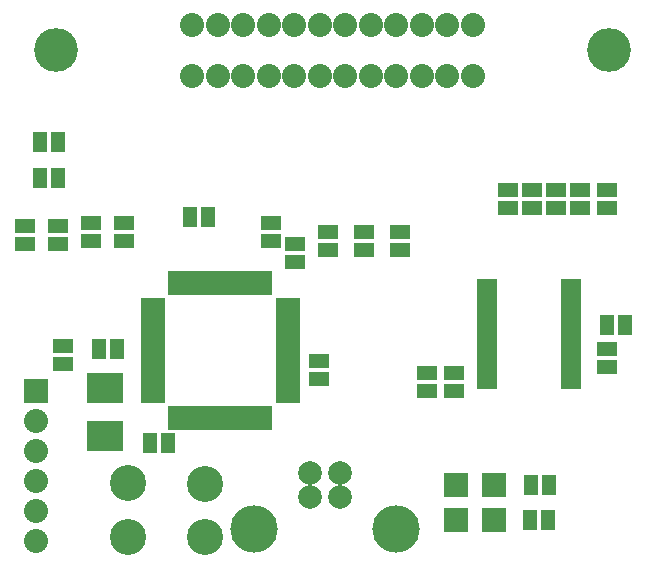
<source format=gts>
G04 (created by PCBNEW-RS274X (2011-nov-30)-testing) date Mon 27 Feb 2012 01:24:57 PM EST*
G01*
G70*
G90*
%MOIN*%
G04 Gerber Fmt 3.4, Leading zero omitted, Abs format*
%FSLAX34Y34*%
G04 APERTURE LIST*
%ADD10C,0.006000*%
%ADD11C,0.120000*%
%ADD12R,0.079000X0.079000*%
%ADD13C,0.079100*%
%ADD14C,0.157800*%
%ADD15R,0.120000X0.100000*%
%ADD16C,0.080000*%
%ADD17C,0.146000*%
%ADD18R,0.080000X0.080000*%
%ADD19R,0.065000X0.045000*%
%ADD20R,0.045000X0.065000*%
%ADD21R,0.070000X0.036000*%
%ADD22R,0.036000X0.080000*%
%ADD23R,0.080000X0.036000*%
G04 APERTURE END LIST*
G54D10*
G54D11*
X52520Y-49386D03*
X52520Y-47575D03*
X55080Y-49386D03*
X55080Y-47614D03*
G54D12*
X63464Y-48819D03*
X64724Y-48819D03*
X63470Y-47650D03*
X64730Y-47650D03*
G54D13*
X58610Y-48030D03*
X59590Y-48030D03*
X59590Y-47240D03*
X58610Y-47240D03*
G54D14*
X56730Y-49100D03*
X61470Y-49100D03*
G54D15*
X51750Y-44400D03*
X51750Y-46000D03*
G54D16*
X59775Y-33995D03*
X60625Y-33995D03*
X58075Y-33995D03*
X58925Y-33995D03*
X59775Y-32305D03*
X58925Y-32305D03*
X58075Y-32305D03*
X60625Y-32305D03*
X57225Y-33995D03*
X56375Y-33995D03*
X55525Y-33995D03*
X54675Y-33995D03*
X57225Y-32305D03*
X56375Y-32305D03*
X55525Y-32305D03*
X54675Y-32305D03*
X61475Y-33995D03*
X62325Y-33995D03*
X63175Y-33995D03*
X64025Y-33995D03*
X61475Y-32305D03*
X62325Y-32305D03*
X63175Y-32305D03*
X64025Y-32305D03*
G54D17*
X68565Y-33150D03*
X50135Y-33150D03*
G54D18*
X49450Y-44500D03*
G54D16*
X49450Y-45500D03*
X49450Y-46500D03*
X49450Y-47500D03*
X49450Y-48500D03*
X49450Y-49500D03*
G54D19*
X61600Y-39800D03*
X61600Y-39200D03*
X60400Y-39800D03*
X60400Y-39200D03*
X59200Y-39800D03*
X59200Y-39200D03*
X58100Y-40200D03*
X58100Y-39600D03*
X65200Y-38400D03*
X65200Y-37800D03*
X66000Y-38400D03*
X66000Y-37800D03*
X66800Y-38400D03*
X66800Y-37800D03*
X67600Y-38400D03*
X67600Y-37800D03*
X68500Y-38400D03*
X68500Y-37800D03*
X51300Y-39500D03*
X51300Y-38900D03*
X50200Y-39600D03*
X50200Y-39000D03*
X49100Y-39600D03*
X49100Y-39000D03*
X52400Y-39500D03*
X52400Y-38900D03*
G54D20*
X49600Y-36200D03*
X50200Y-36200D03*
X49600Y-37400D03*
X50200Y-37400D03*
G54D19*
X57300Y-39500D03*
X57300Y-38900D03*
G54D20*
X55200Y-38700D03*
X54600Y-38700D03*
G54D19*
X68500Y-43100D03*
X68500Y-43700D03*
G54D20*
X53850Y-46250D03*
X53250Y-46250D03*
G54D19*
X50350Y-43600D03*
X50350Y-43000D03*
X63400Y-43900D03*
X63400Y-44500D03*
X62500Y-43900D03*
X62500Y-44500D03*
G54D20*
X68500Y-42300D03*
X69100Y-42300D03*
G54D19*
X58900Y-44100D03*
X58900Y-43500D03*
G54D20*
X52170Y-43110D03*
X51570Y-43110D03*
G54D21*
X64500Y-40950D03*
X64500Y-41200D03*
X64500Y-41460D03*
X64500Y-41720D03*
X64500Y-41970D03*
X64500Y-42230D03*
X64500Y-42490D03*
X64500Y-42740D03*
X64500Y-43000D03*
X64500Y-43250D03*
X64500Y-43510D03*
X64500Y-43770D03*
X64500Y-44020D03*
X64500Y-44280D03*
X67300Y-44280D03*
X67300Y-44020D03*
X67300Y-43780D03*
X67300Y-43510D03*
X67300Y-43250D03*
X67300Y-43000D03*
X67300Y-42740D03*
X67300Y-42490D03*
X67300Y-42230D03*
X67300Y-41970D03*
X67300Y-41720D03*
X67300Y-41460D03*
X67300Y-41200D03*
X67300Y-40950D03*
G54D22*
X55600Y-45400D03*
X55915Y-45400D03*
X56230Y-45400D03*
X56545Y-45400D03*
X56860Y-45400D03*
X57175Y-45400D03*
X55285Y-45400D03*
X54970Y-45400D03*
X54655Y-45400D03*
X54340Y-45400D03*
X54025Y-45400D03*
X55600Y-40900D03*
X55915Y-40900D03*
X56230Y-40900D03*
X56545Y-40900D03*
X56860Y-40900D03*
X57175Y-40900D03*
X55285Y-40900D03*
X54970Y-40900D03*
X54655Y-40900D03*
X54340Y-40900D03*
X54025Y-40900D03*
G54D23*
X57850Y-43150D03*
X53350Y-43150D03*
X57850Y-42835D03*
X53350Y-42835D03*
X53350Y-42520D03*
X57850Y-42520D03*
X57850Y-42205D03*
X53350Y-42205D03*
X53350Y-41890D03*
X57850Y-41890D03*
X57850Y-41575D03*
X53350Y-41575D03*
X53350Y-43465D03*
X57850Y-43465D03*
X57850Y-43780D03*
X53350Y-43780D03*
X53350Y-44095D03*
X57850Y-44095D03*
X57850Y-44410D03*
X53350Y-44410D03*
X53350Y-44725D03*
X57850Y-44725D03*
G54D20*
X65950Y-47650D03*
X66550Y-47650D03*
X65920Y-48819D03*
X66520Y-48819D03*
M02*

</source>
